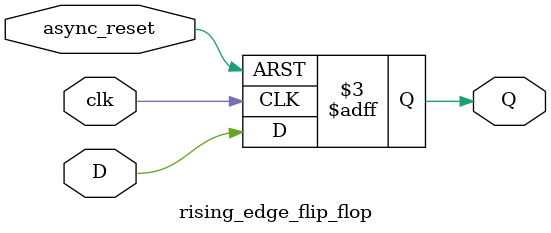
<source format=v>
`timescale 1ns / 1ps


module rising_edge_flip_flop(
D, clk, Q, async_reset
    );
    input D;
    input clk;
    input async_reset;
    output reg Q;
    always @(posedge clk or posedge async_reset)
    begin
        if(async_reset==1'b1)
             Q<=1'b0;
        else
            Q<=D;
    end
     
endmodule

</source>
